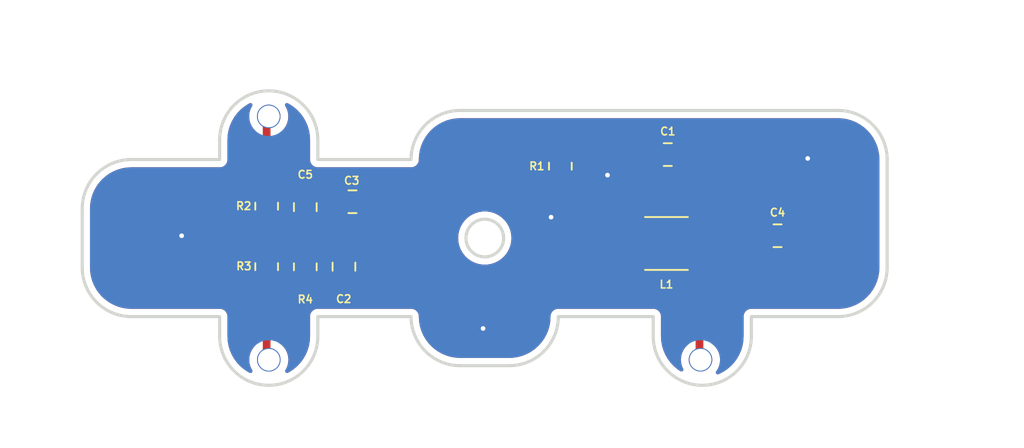
<source format=kicad_pcb>
(kicad_pcb (version 20240108) (generator "pcbnew") (generator_version "8.0")
  (layers (0 "F.Cu" signal) (31 "B.Cu" signal) (34 "B.Paste" user) (35 "F.Paste" user) (36 "B.SilkS" user "B.Silkscreen") (37 "F.SilkS" user "F.Silkscreen") (38 "B.Mask" user) (39 "F.Mask" user) (44 "Edge.Cuts" user))
  (net 0 "")
  (net 1 "Net-(C1-Pad1)")
  (net 2 "GND")
  (net 3 "Net-(Lock-in1-Vsma)")
  (net 4 "Net-(Noise1-Vsma)")
  (net 5 "Net-(Sample1-Vsma)")
  (footprint "1_My_custom_library:sma_bulhead_feethrough_through_hole" (layer "F.Cu") (at 121.134073 93.043457)
    (property "Reference" "Noise1" (hide yes))
    (property "Value" "~" (hide yes))
    (pad "1" thru_hole circle (at 0 -0.762) (size 1.524 1.524) (drill 1.4) (layers "*.Cu" "*.Mask") (net 4 "Net-(Noise1-Vsma)"))
  )
  (footprint "Inductor_SMD:L_1812_4532Metric" (layer "F.Cu") (at 146.8625 100.5 180)
    (property "Reference" "L1" (at 0 -2.65 0) (layer "F.SilkS") (effects (font (size 0.5 0.5) (thickness 0.1) (bold yes))))
    (property "Value" "22u" (hide yes))
    (fp_line (start -1.386252 1.71) (end 1.386252 1.71) (stroke (width 0.12)) (layer "F.SilkS"))
    (fp_line (start -1.386252 -1.71) (end 1.386252 -1.71) (stroke (width 0.12)) (layer "F.SilkS"))
    (pad "1" smd roundrect (at -2.1375 0 180) (size 1.125 3.4) (layers "F.Cu" "F.Paste" "F.Mask") (roundrect_rratio 0.222222) (net 5 "Net-(Sample1-Vsma)"))
    (pad "2" smd roundrect (at 2.1375 0 180) (size 1.125 3.4) (layers "F.Cu" "F.Paste" "F.Mask") (roundrect_rratio 0.222222) (net 3 "Net-(Lock-in1-Vsma)"))
  )
  (footprint "Capacitor_SMD:C_0805_2012Metric" (layer "F.Cu") (at 126.55 97.8 180)
    (property "Reference" "C3" (at 0.04537 1.363893 0) (layer "F.SilkS") (effects (font (size 0.5 0.5) (thickness 0.1) (bold yes))))
    (property "Value" "22n" (hide yes))
    (fp_line (start -0.261252 0.735) (end 0.261252 0.735) (stroke (width 0.12)) (layer "F.SilkS"))
    (fp_line (start -0.261252 -0.735) (end 0.261252 -0.735) (stroke (width 0.12)) (layer "F.SilkS"))
    (pad "1" smd roundrect (at -0.95 0 180) (size 1 1.45) (layers "F.Cu" "F.Paste" "F.Mask") (net 5 "Net-(Sample1-Vsma)"))
    (pad "2" smd roundrect (at 0.95 0 180) (size 1 1.45) (layers "F.Cu" "F.Paste" "F.Mask") (net 4 "Net-(Noise1-Vsma)"))
  )
  (footprint "Resistor_SMD:R_0805_2012Metric" (layer "F.Cu") (at 140 95.5 90)
    (property "Reference" "R1" (at -0.002596 -1.521916 180) (layer "F.SilkS") (effects (font (size 0.5 0.5) (thickness 0.1) (bold yes))))
    (property "Value" "5.11k" (hide yes))
    (fp_line (start -0.227064 -0.735) (end 0.227064 -0.735) (stroke (width 0.12)) (layer "F.SilkS"))
    (fp_line (start -0.227064 0.735) (end 0.227064 0.735) (stroke (width 0.12)) (layer "F.SilkS"))
    (pad "1" smd roundrect (at -0.9125 0 90) (size 1.025 1.4) (layers "F.Cu" "F.Paste" "F.Mask") (roundrect_rratio 0.243902) (net 5 "Net-(Sample1-Vsma)"))
    (pad "2" smd roundrect (at 0.9125 0 90) (size 1.025 1.4) (layers "F.Cu" "F.Paste" "F.Mask") (roundrect_rratio 0.243902) (net 1 "Net-(C1-Pad1)"))
  )
  (footprint "Capacitor_SMD:C_0805_2012Metric" (layer "F.Cu") (at 154.05 100)
    (property "Reference" "C4" (at 0 -1.5 0) (layer "F.SilkS") (effects (font (size 0.5 0.5) (thickness 0.1) (bold yes))))
    (property "Value" "125p" (hide yes))
    (fp_line (start -0.261252 -0.735) (end 0.261252 -0.735) (stroke (width 0.12)) (layer "F.SilkS"))
    (fp_line (start -0.261252 0.735) (end 0.261252 0.735) (stroke (width 0.12)) (layer "F.SilkS"))
    (pad "1" smd roundrect (at -0.95 0) (size 1 1.45) (layers "F.Cu" "F.Paste" "F.Mask") (net 5 "Net-(Sample1-Vsma)"))
    (pad "2" smd roundrect (at 0.95 0) (size 1 1.45) (layers "F.Cu" "F.Paste" "F.Mask") (net 2 "GND"))
  )
  (footprint "Capacitor_SMD:C_0805_2012Metric" (layer "F.Cu") (at 146.95 94.75)
    (property "Reference" "C1" (at 0.002516 -1.5 0) (layer "F.SilkS") (effects (font (size 0.5 0.5) (thickness 0.1) (bold yes))))
    (property "Value" "22n" (hide yes))
    (fp_line (start -0.261252 -0.735) (end 0.261252 -0.735) (stroke (width 0.12)) (layer "F.SilkS"))
    (fp_line (start -0.261252 0.735) (end 0.261252 0.735) (stroke (width 0.12)) (layer "F.SilkS"))
    (pad "1" smd roundrect (at -0.95 0) (size 1 1.45) (layers "F.Cu" "F.Paste" "F.Mask") (net 1 "Net-(C1-Pad1)"))
    (pad "2" smd roundrect (at 0.95 0) (size 1 1.45) (layers "F.Cu" "F.Paste" "F.Mask") (net 2 "GND"))
  )
  (footprint "Resistor_SMD:R_0805_2012Metric" (layer "F.Cu") (at 121 98.0875 90)
    (property "Reference" "R2" (at 0.009089 -1.485178 180) (layer "F.SilkS") (effects (font (size 0.5 0.5) (thickness 0.1) (bold yes))))
    (property "Value" "20k" (hide yes))
    (fp_line (start -0.227064 -0.735) (end 0.227064 -0.735) (stroke (width 0.12)) (layer "F.SilkS"))
    (fp_line (start -0.227064 0.735) (end 0.227064 0.735) (stroke (width 0.12)) (layer "F.SilkS"))
    (pad "1" smd roundrect (at -0.9125 0 90) (size 1.025 1.4) (layers "F.Cu" "F.Paste" "F.Mask") (roundrect_rratio 0.243902) (net 2 "GND"))
    (pad "2" smd roundrect (at 0.9125 0 90) (size 1.025 1.4) (layers "F.Cu" "F.Paste" "F.Mask") (roundrect_rratio 0.243902) (net 4 "Net-(Noise1-Vsma)"))
  )
  (footprint "1_My_custom_library:sma_bulhead_feethrough_through_hole" (layer "F.Cu") (at 121.139019 108.277169)
    (property "Reference" "Lock-in1" (hide yes))
    (property "Value" "~" (hide yes))
    (pad "1" thru_hole circle (at 0 -0.254) (size 1.524 1.524) (drill 1.4) (layers "*.Cu" "*.Mask") (net 3 "Net-(Lock-in1-Vsma)"))
  )
  (footprint "1_My_custom_library:sma_bulhead_feethrough_through_hole" (layer "F.Cu") (at 149.065905 108.020595)
    (property "Reference" "Sample1" (hide yes))
    (property "Value" "~" (hide yes))
    (pad "1" thru_hole circle (at 0 0) (size 1.524 1.524) (drill 1.4) (layers "*.Cu" "*.Mask") (net 5 "Net-(Sample1-Vsma)"))
  )
  (footprint "Capacitor_SMD:C_0805_2012Metric" (layer "F.Cu") (at 126 102 90)
    (property "Reference" "C2" (at -2.093886 -0.01381 180) (layer "F.SilkS") (effects (font (size 0.5 0.5) (thickness 0.1) (bold yes))))
    (property "Value" "22n" (hide yes))
    (fp_line (start -0.261252 -0.735) (end 0.261252 -0.735) (stroke (width 0.12)) (layer "F.SilkS"))
    (fp_line (start -0.261252 0.735) (end 0.261252 0.735) (stroke (width 0.12)) (layer "F.SilkS"))
    (pad "1" smd roundrect (at -0.95 0 90) (size 1 1.45) (layers "F.Cu" "F.Paste" "F.Mask") (net 3 "Net-(Lock-in1-Vsma)"))
    (pad "2" smd roundrect (at 0.95 0 90) (size 1 1.45) (layers "F.Cu" "F.Paste" "F.Mask") (net 2 "GND"))
  )
  (footprint "Resistor_SMD:R_0805_2012Metric" (layer "F.Cu") (at 121 102 90)
    (property "Reference" "R3" (at 0.026138 -1.47285 180) (layer "F.SilkS") (effects (font (size 0.5 0.5) (thickness 0.1) (bold yes))))
    (property "Value" "20k" (hide yes))
    (fp_line (start -0.227064 -0.735) (end 0.227064 -0.735) (stroke (width 0.12)) (layer "F.SilkS"))
    (fp_line (start -0.227064 0.735) (end 0.227064 0.735) (stroke (width 0.12)) (layer "F.SilkS"))
    (pad "1" smd roundrect (at -0.9125 0 90) (size 1.025 1.4) (layers "F.Cu" "F.Paste" "F.Mask") (roundrect_rratio 0.243902) (net 3 "Net-(Lock-in1-Vsma)"))
    (pad "2" smd roundrect (at 0.9125 0 90) (size 1.025 1.4) (layers "F.Cu" "F.Paste" "F.Mask") (roundrect_rratio 0.243902) (net 2 "GND"))
  )
  (footprint "Resistor_SMD:R_0805_2012Metric" (layer "F.Cu") (at 123.5 102.0125 90)
    (property "Reference" "R4" (at -2.106499 -0.000976 180) (layer "F.SilkS") (effects (font (size 0.5 0.5) (thickness 0.1) (bold yes))))
    (property "Value" "2.5k" (hide yes))
    (fp_line (start -0.227064 -0.735) (end 0.227064 -0.735) (stroke (width 0.12)) (layer "F.SilkS"))
    (fp_line (start -0.227064 0.735) (end 0.227064 0.735) (stroke (width 0.12)) (layer "F.SilkS"))
    (pad "1" smd roundrect (at -0.9125 0 90) (size 1.025 1.4) (layers "F.Cu" "F.Paste" "F.Mask") (roundrect_rratio 0.243902) (net 3 "Net-(Lock-in1-Vsma)"))
    (pad "2" smd roundrect (at 0.9125 0 90) (size 1.025 1.4) (layers "F.Cu" "F.Paste" "F.Mask") (roundrect_rratio 0.243902) (net 2 "GND"))
  )
  (footprint "Capacitor_SMD:C_0805_2012Metric" (layer "F.Cu") (at 123.5 98.15 -90)
    (property "Reference" "C5" (at -2.104226 0.000976 180) (layer "F.SilkS") (effects (font (size 0.5 0.5) (thickness 0.1) (bold yes))))
    (property "Value" "125p" (hide yes))
    (fp_line (start -0.261252 0.735) (end 0.261252 0.735) (stroke (width 0.12)) (layer "F.SilkS"))
    (fp_line (start -0.261252 -0.735) (end 0.261252 -0.735) (stroke (width 0.12)) (layer "F.SilkS"))
    (pad "1" smd roundrect (at -0.95 0 270) (size 1 1.45) (layers "F.Cu" "F.Paste" "F.Mask") (net 4 "Net-(Noise1-Vsma)"))
    (pad "2" smd roundrect (at 0.95 0 270) (size 1 1.45) (layers "F.Cu" "F.Paste" "F.Mask") (net 2 "GND"))
  )
  (gr_arc (start 130.342565 95.070064) (mid 131.272501 92.825001) (end 133.517564 91.895064) (stroke (width 0.2)) (layer "Edge.Cuts"))
  (gr_arc (start 117.960064 93.800064) (mid 121.135064 90.625064) (end 124.310064 93.800064) (stroke (width 0.2)) (layer "Edge.Cuts"))
  (gr_arc (start 133.517562 108.405064) (mid 131.272499 107.475128) (end 130.342565 105.230064) (stroke (width 0.2)) (layer "Edge.Cuts"))
  (gr_line (start 117.960064 93.800064) (end 117.960064 95.070064) (stroke (width 0.2)) (layer "Edge.Cuts"))
  (gr_line (start 124.310064 105.230064) (end 130.342565 105.230064) (stroke (width 0.2)) (layer "Edge.Cuts"))
  (gr_arc (start 161.140064 102.055064) (mid 160.210128 104.300128) (end 157.965064 105.230064) (stroke (width 0.2)) (layer "Edge.Cuts"))
  (gr_arc (start 124.310064 106.500064) (mid 121.135064 109.675064) (end 117.960064 106.500064) (stroke (width 0.2)) (layer "Edge.Cuts"))
  (gr_arc (start 112.245064 105.230064) (mid 110 104.300128) (end 109.070064 102.055064) (stroke (width 0.2)) (layer "Edge.Cuts"))
  (gr_line (start 152.356754 106.500064) (end 152.356754 105.230064) (stroke (width 0.2)) (layer "Edge.Cuts"))
  (gr_line (start 124.310064 106.500064) (end 124.310064 105.230064) (stroke (width 0.2)) (layer "Edge.Cuts"))
  (gr_line (start 109.070064 98.245064) (end 109.070064 102.055064) (stroke (width 0.2)) (layer "Edge.Cuts"))
  (gr_line (start 117.960064 95.070064) (end 112.245064 95.070064) (stroke (width 0.2)) (layer "Edge.Cuts"))
  (gr_arc (start 152.356754 106.500064) (mid 149.181754 109.675064) (end 146.006754 106.500064) (stroke (width 0.2)) (layer "Edge.Cuts"))
  (gr_line (start 157.965064 91.895064) (end 133.517564 91.895064) (stroke (width 0.2)) (layer "Edge.Cuts"))
  (gr_arc (start 139.867563 105.230064) (mid 138.937628 107.475128) (end 136.692564 108.405064) (stroke (width 0.2)) (layer "Edge.Cuts"))
  (gr_arc (start 109.070064 98.245064) (mid 110 96) (end 112.245064 95.070064) (stroke (width 0.2)) (layer "Edge.Cuts"))
  (gr_arc (start 157.965064 91.895064) (mid 160.210128 92.825) (end 161.140064 95.070064) (stroke (width 0.2)) (layer "Edge.Cuts"))
  (gr_circle (center 135.111085 100.149368) (end 136.330285 100.149368) (stroke (width 0.2)) (fill none) (layer "Edge.Cuts"))
  (gr_line (start 117.960064 105.230064) (end 117.960064 106.500064) (stroke (width 0.2)) (layer "Edge.Cuts"))
  (gr_line (start 133.517562 108.405064) (end 136.692564 108.405064) (stroke (width 0.2)) (layer "Edge.Cuts"))
  (gr_line (start 161.140064 102.055064) (end 161.140064 95.070064) (stroke (width 0.2)) (layer "Edge.Cuts"))
  (gr_line (start 146.006754 105.230064) (end 146.006754 106.500064) (stroke (width 0.2)) (layer "Edge.Cuts"))
  (gr_line (start 124.310064 95.070064) (end 124.310064 93.800064) (stroke (width 0.2)) (layer "Edge.Cuts"))
  (gr_line (start 112.245064 105.230064) (end 117.960064 105.230064) (stroke (width 0.2)) (layer "Edge.Cuts"))
  (gr_line (start 152.356754 105.230064) (end 157.965064 105.230064) (stroke (width 0.2)) (layer "Edge.Cuts"))
  (gr_line (start 139.867563 105.230064) (end 146.006754 105.230064) (stroke (width 0.2)) (layer "Edge.Cuts"))
  (gr_line (start 130.342565 95.070064) (end 124.310064 95.070064) (stroke (width 0.2)) (layer "Edge.Cuts"))
  (segment (start 145.825 95.175) (end 146 95) (width 0.2) (layer "F.Cu") (net 1))
  (segment (start 140 95.175) (end 145.825 95.175) (width 0.5) (layer "F.Cu") (net 1))
  (via (at 139.4 98.8) (size 0.6) (drill 0.3) (layers "F.Cu" "B.Cu") (net 2))
  (via (at 115.5 100) (size 0.6) (drill 0.3) (layers "F.Cu" "B.Cu") (net 2))
  (via (at 135 106) (size 0.6) (drill 0.3) (layers "F.Cu" "B.Cu") (net 2))
  (via (at 156 95) (size 0.6) (drill 0.3) (layers "F.Cu" "B.Cu") (net 2))
  (via (at 143.049647 96.078242) (size 0.6) (drill 0.3) (layers "F.Cu" "B.Cu") (net 2))
  (segment (start 144.725 100) (end 141 100) (width 0.5) (layer "F.Cu") (net 3))
  (segment (start 137.5 104.5) (end 141 101) (width 0.5) (layer "F.Cu") (net 3))
  (segment (start 121 102.9125) (end 121 107.88415) (width 0.5) (layer "F.Cu") (net 3))
  (segment (start 123.5 102.925) (end 121.0125 102.925) (width 0.5) (layer "F.Cu") (net 3))
  (segment (start 130.95 102.95) (end 126 102.95) (width 0.5) (layer "F.Cu") (net 3))
  (segment (start 141 101) (end 141 100) (width 0.5) (layer "F.Cu") (net 3))
  (segment (start 132.5 104.5) (end 130.95 102.95) (width 0.5) (layer "F.Cu") (net 3))
  (segment (start 121.0125 102.925) (end 121 102.9125) (width 0.2) (layer "F.Cu") (net 3))
  (segment (start 133.25 104.5) (end 137.5 104.5) (width 0.5) (layer "F.Cu") (net 3))
  (segment (start 126 102.95) (end 123.525 102.95) (width 0.5) (layer "F.Cu") (net 3))
  (segment (start 133.25 104.5) (end 132.5 104.5) (width 0.5) (layer "F.Cu") (net 3))
  (segment (start 123.525 102.95) (end 123.5 102.925) (width 0.2) (layer "F.Cu") (net 3))
  (segment (start 121 102.9125) (end 121 106) (width 0.5) (layer "F.Cu") (net 3))
  (segment (start 121 107.88415) (end 121.139019 108.023169) (width 0.2) (layer "F.Cu") (net 3))
  (segment (start 121.025 97.2) (end 121 97.175) (width 0.2) (layer "F.Cu") (net 4))
  (segment (start 123.5 97.2) (end 121.025 97.2) (width 0.5) (layer "F.Cu") (net 4))
  (segment (start 125.6 97.8) (end 125 97.2) (width 0.2) (layer "F.Cu") (net 4))
  (segment (start 121 97.175) (end 121 94) (width 0.5) (layer "F.Cu") (net 4))
  (segment (start 121 97.175) (end 121 92.41553) (width 0.5) (layer "F.Cu") (net 4))
  (segment (start 121 92.41553) (end 121.134073 92.281457) (width 0.2) (layer "F.Cu") (net 4))
  (segment (start 125 97.2) (end 123.5 97.2) (width 0.5) (layer "F.Cu") (net 4))
  (segment (start 131.3 96.7) (end 128.6 96.7) (width 0.5) (layer "F.Cu") (net 5))
  (segment (start 136.8 95.2) (end 132.8 95.2) (width 0.5) (layer "F.Cu") (net 5))
  (segment (start 128.6 96.7) (end 127.5 97.8) (width 0.5) (layer "F.Cu") (net 5))
  (segment (start 149 100) (end 149 97) (width 0.5) (layer "F.Cu") (net 5))
  (segment (start 132.8 95.2) (end 131.3 96.7) (width 0.5) (layer "F.Cu") (net 5))
  (segment (start 140 96.4125) (end 138.0125 96.4125) (width 0.5) (layer "F.Cu") (net 5))
  (segment (start 149 107.95469) (end 149.065905 108.020595) (width 0.2) (layer "F.Cu") (net 5))
  (segment (start 149 100) (end 149 107.95469) (width 0.5) (layer "F.Cu") (net 5))
  (segment (start 138.0125 96.4125) (end 136.8 95.2) (width 0.5) (layer "F.Cu") (net 5))
  (segment (start 140.5875 97) (end 140 96.4125) (width 0.5) (layer "F.Cu") (net 5))
  (segment (start 149 97) (end 140.5875 97) (width 0.5) (layer "F.Cu") (net 5))
  (segment (start 149 100) (end 153.1 100) (width 0.635) (layer "F.Cu") (net 5))
  (zone (net 2) (net_name "GND") (layer "F.Cu") (priority 1) (connect_pads (clearance 0.5)) (min_thickness 0.25) (fill yes (thermal_gap 0.5) (thermal_bridge_width 0.5))
    (polygon (pts (xy 103.75 84.75) (xy 170 85) (xy 170 113.5) (xy 103.75 113.75)))
  )
  (zone (net 2) (net_name "GND") (layer "B.Cu") (connect_pads (clearance 0.5)) (min_thickness 0.25) (fill yes (thermal_gap 0.5) (thermal_bridge_width 0.5))
    (polygon (pts (xy 105.75 87.25) (xy 167 87.25) (xy 167 111.75) (xy 106 111.75)))
  )
)
</source>
